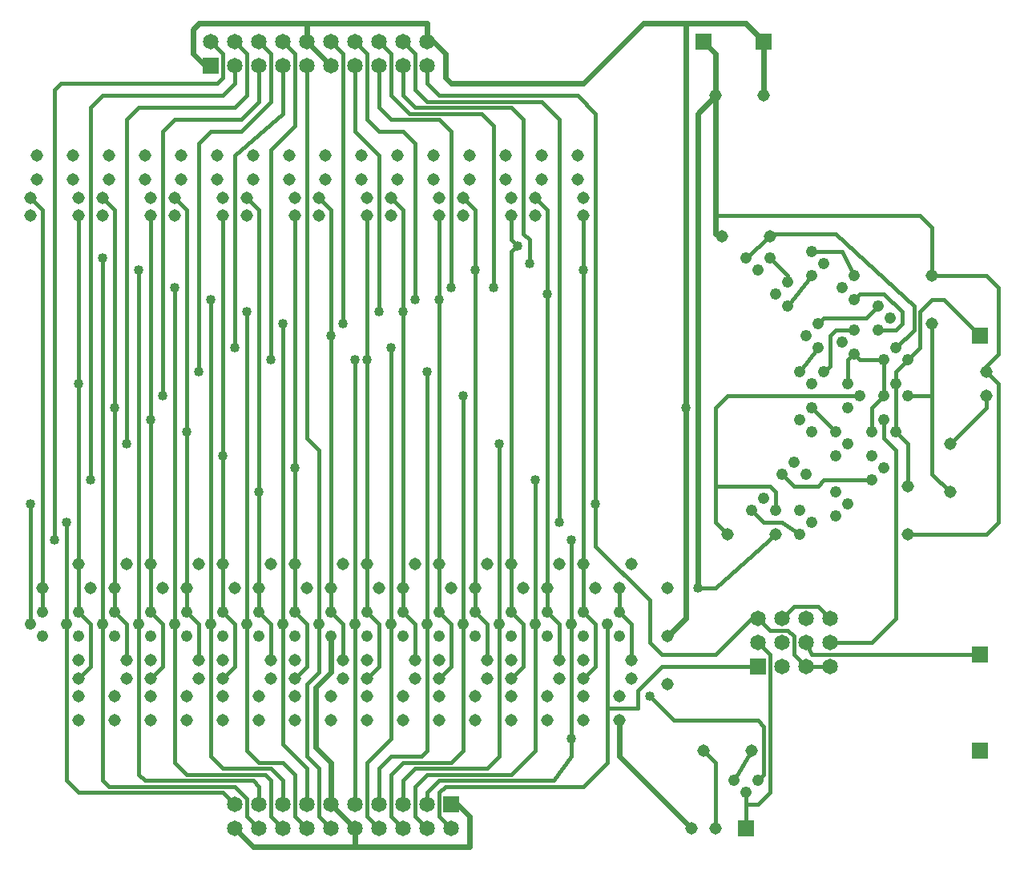
<source format=gbl>
G04 Output by ViewMate Deluxe V11.0.9  PentaLogix LLC*
G04 Tue Dec 09 15:32:49 2014*
%FSLAX33Y33*%
%MOMM*%
%IPPOS*%
%ADD10R,1.651X1.651*%
%ADD11C,1.651*%
%ADD12C,1.3081*%
%ADD13C,1.209*%
%ADD14R,1.8009X1.8009*%
%ADD15C,0.4064*%
%ADD16C,1.016*%
%ADD17C,0.6096*%

%LPD*%
X0Y0D2*D15*G1X42164Y86042D2*X49784Y86042D1*X45339Y85408D2*X40259Y85408D1*X56769Y75882D2*X55499Y77152D1*X78994Y15558D2*X79629Y16192D1*X74549Y10478D2*X74549Y17462D1*X73279Y18732*X63119Y32068D2*X63119Y23178D1*X80264Y46672D2*X80899Y46038D1*X80899Y44132*X83439Y41592D2*X81534Y42862D1*X91059Y47308D2*X85979Y47308D1*X85344Y46672*X82804Y46672*X81534Y47942*X80264Y70802D2*X82169Y68898D1*X82169Y68262*X84709Y68898D2*X82169Y65722D1*X84709Y71438D2*X87884Y71438D1*X89154Y68898*X89154Y66358D2*X89789Y66992D1*X92329Y66992*X103124Y56198D2*X103124Y54928D1*X99314Y51118*X94869Y56198D2*X97409Y56198D1*X94869Y60008D2*X93599Y58738D1*X93599Y57468*X93599Y52388*X94869Y51118*X94869Y46672*X99314Y46038D2*X97409Y47942D1*X97409Y56198*X97409Y63818*X102489Y62548D2*X98679Y66358D1*X97409Y66358*X96139Y65088*X96139Y61278*X94869Y60008*X93599Y61278D2*X95504Y63182D1*X95504Y65722*X87249Y73342*X80899Y73342*X80582Y73025*X80264Y73025*X77724Y70802*X74549Y75248D2*X96139Y75248D1*X97409Y73978*X97409Y68898*X103124Y68898*X104394Y67628*X104394Y60642*X103124Y59372*X103124Y58738*X104394Y57468*X104394Y42862*X103124Y41592*X94869Y41592*X93599Y32702D2*X93599Y50482D1*X92329Y51752*X92329Y53658*X91059Y52388D2*X91059Y54928D1*X84709Y54928D2*X87249Y52388D1*X85979Y58738D2*X86614Y59372D1*X85344Y61278D2*X83439Y58738D1*X85344Y63818D2*X85979Y64452D1*X90424Y64452*X91694Y63182D2*X93599Y63182D1*X94234Y63818*X94234Y65088*X92329Y66992*X90424Y64452D2*X91694Y65722D1*X89154Y63182D2*X87249Y63182D1*X86614Y62548*X86614Y59372*X88519Y57468D2*X88519Y60008D1*X89154Y60642*X89789Y60008*X92329Y60008*X92329Y56198*X91059Y54928*X89789Y56198D2*X75819Y56198D1*X74549Y54928*X74549Y46672*X75819Y41592D2*X74549Y42862D1*X74549Y46672*X80264Y46672*X78359Y44132D2*X79629Y42862D1*X81534Y42862*X80899Y41592D2*X74549Y35878D1*X72644Y35878*X78994Y27622D2*X68834Y27622D1*X66294Y25082*X65659Y28258D2*X65659Y32068D1*X64389Y33338*X64389Y35878*X60579Y38418D2*X60579Y33338D1*X61849Y32068*X61849Y27622*X60579Y26352*X58039Y28258D2*X58039Y32068D1*X56769Y33338*X56769Y35878*X56769Y66992*X56769Y75882*X60579Y75248D2*X60579Y69532D1*X60579Y38418*X59309Y40958D2*X59309Y32068D1*X59309Y20002*X59309Y18098*X57404Y15558*X45339Y15558*X44069Y14288*X44069Y13018*X44069Y10478D2*X42799Y11748D1*X46609Y10478D2*X45339Y11748D1*X45339Y14288*X45974Y14922*X60579Y14922*X63119Y17462*X63119Y23178*X66294Y23178*X66294Y25082*X67564Y24448D2*X70104Y21908D1*X78994Y21908*X79629Y21272*X79629Y16192*X76454Y15558D2*X78359Y18732D1*X77724Y14288D2*X77724Y13018D1*X77724Y10478D2*X77724Y13018D1*X78994Y13018*X80264Y14288*X80264Y28892*X78994Y30162*X81534Y32702D2*X82804Y33972D1*X85344Y33972*X86614Y32702*X86614Y30162D2*X91059Y30162D1*X93599Y32702*X102489Y28892D2*X84709Y28892D1*X84074Y30162*X86614Y27622D2*X84074Y27622D1*X82804Y28892*X82804Y30798*X82169Y31432*X80264Y31432*X78994Y32702*X78359Y32702*X74549Y28892*X68834Y28892*X67564Y30162*X67564Y34608*X61849Y40322*X61849Y44768*X61849Y86042*X59944Y87948*X45339Y87948*X44069Y89218*X44069Y91122*X28829Y91122D2*X28829Y86042D1*X23749Y81598*X23749Y61278*X14859Y53658D2*X14859Y38418D1*X14859Y33338*X16129Y32068*X16129Y27622*X14859Y26352*X23749Y13018D2*X22479Y14288D1*X25019Y13652D2*X23749Y14922D1*X10414Y14922*X9779Y15558*X9779Y32068*X9779Y70802*X9779Y77152D2*X11049Y75882D1*X11049Y54928*X11049Y35878*X11049Y33338*X12319Y32068*X12319Y28258*X7239Y26352D2*X8509Y27622D1*X8509Y32068*X7239Y33338*X7239Y38418*X7239Y57468*X7239Y75248*X2159Y77152D2*X3429Y75882D1*X3429Y35878*X3429Y33338*X2159Y44768D2*X2159Y32068D1*X8509Y47308D2*X8509Y86678D1*X9779Y87948*X22479Y87948*X23749Y89218*X23749Y91122*X27559Y92392D2*X26289Y93662D1*X26289Y91122D2*X26289Y87312D1*X24384Y85408*X17399Y85408*X16129Y84138*X16129Y56198*X19939Y58738D2*X19939Y82868D1*X21209Y84138*X24384Y84138*X27559Y87312*X27559Y92392*X28829Y93662D2*X30099Y92392D1*X30099Y84772*X27559Y82232*X27559Y60008*X28829Y63818D2*X28829Y32068D1*X28829Y19368*X31369Y16828*X31369Y13018*X27559Y11748D2*X28829Y10478D1*X26289Y10478D2*X25019Y11748D1*X25019Y13652*X26289Y13018D2*X26289Y14922D1*X25654Y15558*X14224Y15558*X13589Y16192*X13589Y32068*X13589Y69532*X17399Y67628D2*X17399Y32068D1*X17399Y17462*X18669Y16192*X26924Y16192*X27559Y15558*X27559Y11748*X28829Y13018D2*X28829Y15558D1*X27559Y16828*X22479Y16828*X21209Y18098*X21209Y32068*X21209Y66358*X25019Y65088D2*X25019Y32068D1*X25019Y18732*X26289Y17462*X28829Y17462*X30099Y16192*X30099Y11748*X31369Y10478*X33909Y10478D2*X32639Y11748D1*X32639Y16828*X31369Y18098*X31369Y25718*X32639Y26988*X32639Y32068*X32639Y50482*X31369Y51752*X31369Y91122*X35179Y92392D2*X33909Y93662D1*X37719Y92392D2*X36449Y93662D1*X40259Y92392D2*X38989Y93662D1*X41529Y93662D2*X42799Y92392D1*X42799Y88582*X44069Y87312*X56134Y87312*X58039Y85408*X58039Y42862*X55499Y47308D2*X55499Y32068D1*X55499Y18732*X52959Y16192*X44069Y16192*X42799Y14922*X42799Y11748*X40259Y11748D2*X41529Y10478D1*X41529Y13018D2*X41529Y15558D1*X42799Y16828*X50419Y16828*X51689Y18098*X51689Y32068*X51689Y51118*X47879Y56198D2*X47879Y32068D1*X47879Y18732*X46609Y17462*X41529Y17462*X40259Y16192*X40259Y11748*X37719Y11748D2*X38989Y10478D1*X38989Y13018D2*X38989Y16828D1*X40259Y18098*X43434Y18098*X44069Y18732*X44069Y32068*X44069Y58738*X40259Y61278D2*X40259Y32068D1*X40259Y20002*X37719Y17462*X37719Y11748*X36449Y13018D2*X36449Y32068D1*X36449Y60008*X35179Y92392D2*X35179Y63818D1*X36449Y91122D2*X36449Y84138D1*X38989Y81598*X38989Y65088*X42799Y66358D2*X42799Y82868D1*X41529Y84138*X38989Y84138*X37719Y85408*X37719Y92392*X38989Y91122D2*X38989Y86678D1*X40259Y85408*X45339Y85408D2*X46609Y84138D1*X46609Y67628*X51054Y67628D2*X51054Y84772D1*X49784Y86042*X42164Y86042D2*X40259Y87948D1*X40259Y92392*X41529Y91122D2*X41529Y87948D1*X42799Y86678*X52959Y86678*X54229Y85408*X54229Y73342*X54864Y70168D2*X54864Y72708D1*X54229Y73342*X52959Y75248D2*X52959Y72708D1*X53594Y72072*X52959Y71438*X52959Y38418*X52959Y33338*X54229Y32068*X54229Y27622*X52959Y26352*X50419Y28258D2*X50419Y32068D1*X49149Y33338*X49149Y35878*X49149Y69532*X49149Y75882*X47879Y77152*X45339Y75248D2*X45339Y66358D1*X45339Y38418*X45339Y33338*X46609Y32068*X46609Y27622*X45339Y26352*X42799Y28258D2*X42799Y32068D1*X41529Y33338*X41529Y35878*X41529Y65088*X41529Y75882*X40259Y77152*X37719Y75248D2*X37719Y60008D1*X37719Y38418*X37719Y33338*X38989Y32068*X38989Y27622*X37719Y26352*X35179Y28258D2*X35179Y32068D1*X33909Y33338*X33909Y35878*X33909Y62548*X33909Y75882*X32639Y77152*X30099Y75248D2*X30099Y48578D1*X30099Y38418*X30099Y33338*X31369Y32068*X31369Y27622*X30099Y26352*X27559Y28258D2*X27559Y32068D1*X26289Y33338*X26289Y35878*X26289Y46038*X26289Y75882*X25019Y77152*X22479Y75248D2*X22479Y49848D1*X22479Y38418*X22479Y33338*X23749Y32068*X23749Y27622*X22479Y26352*X19939Y28258D2*X19939Y32068D1*X18669Y33338*X18669Y35878*X18669Y52388*X18669Y75882*X17399Y77152*X14859Y53658D2*X14859Y75248D1*X12319Y51118D2*X12319Y85408D1*X13589Y86678*X23749Y86678*X25019Y87948*X25019Y92392*X23749Y93662*X21209Y93662D2*X22479Y92392D1*X22479Y89852*X21844Y89218*X5334Y89218*X4699Y88582*X4699Y40958*X5969Y42862D2*X5969Y32068D1*X5969Y15558*X7239Y14288*X22479Y14288*D17*X64389Y21908D2*X64389Y18098D1*X72009Y10478*X23749Y10478D2*X25654Y8572D1*X36449Y8572*X46609Y13018D2*X47244Y13018D1*X48514Y11748*X48514Y8572*X36449Y8572*X36449Y10478*X33909Y13018*X33909Y17462*X32322Y19050*X32322Y25400*X33909Y26988*X33909Y30798*X21209Y91122D2*X20574Y91122D1*X19304Y92392*X19304Y94932*X19939Y95568*X31369Y95568*X33909Y91122D2*X31369Y93662D1*X31369Y95568*X44069Y95568*X44069Y93662*X44704Y93662*X45974Y92392*X45974Y89852*X46609Y89218*X79629Y87948D2*X79629Y93662D1*X77724Y95568*X71374Y95568*X73279Y93662D2*X74549Y92392D1*X74549Y87948*X75184Y73025D2*X74549Y73342D1*X74549Y75248*X74549Y87948*X72644Y86042*X72644Y35878*X69469Y30798D2*X71374Y32702D1*X71374Y54928*X71374Y95568*X66929Y95568*X60579Y89218*X46609Y89218*D10*X21209Y91122D3*X78994Y27622D3*X46609Y13018D3*D11*X23749Y13018D3*X23749Y10478D3*X26289Y10478D3*X26289Y13018D3*X28829Y13018D3*X28829Y10478D3*X31369Y10478D3*X31369Y13018D3*X33909Y13018D3*X33909Y10478D3*X36449Y10478D3*X36449Y13018D3*X38989Y13018D3*X38989Y10478D3*X41529Y10478D3*X41529Y13018D3*X44069Y13018D3*X44069Y10478D3*X46609Y10478D3*X84074Y32702D3*X86614Y32702D3*X86614Y30162D3*X86614Y27622D3*X84074Y27622D3*X84074Y30162D3*X78994Y30162D3*X81534Y27622D3*X81534Y30162D3*X81534Y32702D3*X78994Y32702D3*X44069Y91122D3*X44069Y93662D3*X41529Y93662D3*X41529Y91122D3*X38989Y91122D3*X38989Y93662D3*X36449Y93662D3*X36449Y91122D3*X33909Y91122D3*X33909Y93662D3*X31369Y93662D3*X31369Y91122D3*X28829Y91122D3*X28829Y93662D3*X26289Y93662D3*X26289Y91122D3*X23749Y91122D3*X23749Y93662D3*X21209Y93662D3*D12*X72009Y10478D3*X74549Y10478D3*X78359Y18732D3*X73279Y18732D3*X69469Y25718D3*X75819Y41592D3*X80899Y41592D3*X94869Y41592D3*X94869Y46672D3*X99314Y46038D3*X99314Y51118D3*X103124Y56198D3*X103124Y58738D3*X97409Y63818D3*X97409Y68898D3*X74549Y87948D3*X79629Y87948D3*X80264Y73025D3*X75184Y73025D3*X60579Y75248D3*X60579Y77152D3*X59944Y79058D3*X59944Y81598D3*X56134Y81598D3*X56134Y79058D3*X55499Y77152D3*X55499Y75248D3*X52959Y75248D3*X52959Y77152D3*X52324Y79058D3*X52324Y81598D3*X48514Y81598D3*X48514Y79058D3*X47879Y77152D3*X47879Y75248D3*X45339Y75248D3*X45339Y77152D3*X44704Y79058D3*X44704Y81598D3*X40894Y81598D3*X40894Y79058D3*X40259Y77152D3*X40259Y75248D3*X37719Y75248D3*X37719Y77152D3*X37084Y79058D3*X37084Y81598D3*X33274Y81598D3*X33274Y79058D3*X32639Y77152D3*X32639Y75248D3*X30099Y75248D3*X30099Y77152D3*X29464Y79058D3*X29464Y81598D3*X25654Y81598D3*X25654Y79058D3*X25019Y77152D3*X25019Y75248D3*X22479Y75248D3*X22479Y77152D3*X21844Y79058D3*X21844Y81598D3*X18034Y81598D3*X18034Y79058D3*X17399Y77152D3*X17399Y75248D3*X14859Y75248D3*X14859Y77152D3*X14224Y79058D3*X14224Y81598D3*X10414Y81598D3*X10414Y79058D3*X9779Y77152D3*X9779Y75248D3*X7239Y75248D3*X7239Y77152D3*X6604Y79058D3*X6604Y81598D3*X2794Y81598D3*X2794Y79058D3*X2159Y77152D3*X2159Y75248D3*X3429Y35878D3*X7239Y38418D3*X26289Y21908D3*X26289Y24448D3*X27559Y26352D3*X27559Y28258D3*X30099Y28258D3*X30099Y26352D3*X30099Y24448D3*X30099Y21908D3*X33909Y21908D3*X33909Y24448D3*X35179Y26352D3*X35179Y28258D3*X37719Y28258D3*X37719Y26352D3*X37719Y24448D3*X37719Y21908D3*X41529Y21908D3*X41529Y24448D3*X42799Y26352D3*X42799Y28258D3*X45339Y28258D3*X45339Y26352D3*X45339Y24448D3*X45339Y21908D3*X49149Y21908D3*X49149Y24448D3*X50419Y26352D3*X50419Y28258D3*X52959Y28258D3*X52959Y26352D3*X52959Y24448D3*X52959Y21908D3*X56769Y21908D3*X56769Y24448D3*X58039Y26352D3*X58039Y28258D3*X60579Y28258D3*X60579Y26352D3*X60579Y24448D3*X60579Y21908D3*X64389Y21908D3*X64389Y24448D3*X65659Y26352D3*X65659Y28258D3*X69469Y30798D3*X69469Y35878D3*X65659Y38418D3*X64389Y35878D3*X61849Y35878D3*X60579Y38418D3*X58039Y38418D3*X56769Y35878D3*X54229Y35878D3*X52959Y38418D3*X50419Y38418D3*X49149Y35878D3*X46609Y35878D3*X45339Y38418D3*X42799Y38418D3*X41529Y35878D3*X38989Y35878D3*X37719Y38418D3*X35179Y38418D3*X33909Y35878D3*X31369Y35878D3*X30099Y38418D3*X27559Y38418D3*X26289Y35878D3*X23749Y35878D3*X22479Y38418D3*X19939Y38418D3*X18669Y35878D3*X16129Y35878D3*X14859Y38418D3*X12319Y38418D3*X11049Y35878D3*X8509Y35878D3*X7239Y28258D3*X7239Y26352D3*X7239Y24448D3*X7239Y21908D3*X11049Y21908D3*X11049Y24448D3*X12319Y26352D3*X12319Y28258D3*X14859Y28258D3*X14859Y26352D3*X14859Y24448D3*X14859Y21908D3*X18669Y21908D3*X18669Y24448D3*X19939Y26352D3*X19939Y28258D3*X22479Y28258D3*X22479Y26352D3*X22479Y24448D3*X22479Y21908D3*D13*X92329Y60008D3*X93599Y61278D3*X94869Y60008D3*X94869Y56198D3*X93599Y57468D3*X92329Y56198D3*X93599Y52388D3*X92329Y53658D3*X91059Y52388D3*X91059Y47308D3*X92329Y48578D3*X91059Y49848D3*X87249Y49848D3*X88519Y51118D3*X87249Y52388D3*X88519Y54928D3*X89789Y56198D3*X88519Y57468D3*X85979Y58738D3*X80264Y70802D3*X77724Y70802D3*X78994Y69532D3*X82169Y65722D3*X80899Y66992D3*X82169Y68262D3*X84709Y71438D3*X84709Y68898D3*X85979Y70168D3*X89154Y68898D3*X87884Y67628D3*X89154Y66358D3*X91694Y65722D3*X92964Y64452D3*X91694Y63182D3*X89154Y63182D3*X89154Y60642D3*X87884Y61912D3*X85344Y63818D3*X84074Y62548D3*X85344Y61278D3*X83439Y58738D3*X84709Y57468D3*X84709Y54928D3*X83439Y53658D3*X84709Y52388D3*X81534Y47942D3*X82804Y49212D3*X84074Y47942D3*X87249Y46038D3*X88519Y44768D3*X87249Y43498D3*X83439Y41592D3*X84709Y42862D3*X83439Y44132D3*X80899Y44132D3*X79629Y45402D3*X78359Y44132D3*X3429Y33338D3*X2159Y32068D3*X3429Y30798D3*X7239Y30798D3*X5969Y32068D3*X7239Y33338D3*X11049Y33338D3*X9779Y32068D3*X11049Y30798D3*X14859Y30798D3*X13589Y32068D3*X14859Y33338D3*X18669Y33338D3*X17399Y32068D3*X18669Y30798D3*X22479Y30798D3*X21209Y32068D3*X22479Y33338D3*X26289Y33338D3*X25019Y32068D3*X26289Y30798D3*X30099Y30798D3*X28829Y32068D3*X30099Y33338D3*X33909Y33338D3*X32639Y32068D3*X33909Y30798D3*X37719Y30798D3*X36449Y32068D3*X37719Y33338D3*X41529Y33338D3*X40259Y32068D3*X41529Y30798D3*X45339Y30798D3*X44069Y32068D3*X45339Y33338D3*X49149Y33338D3*X47879Y32068D3*X49149Y30798D3*X52959Y30798D3*X51689Y32068D3*X52959Y33338D3*X56769Y33338D3*X55499Y32068D3*X56769Y30798D3*X60579Y30798D3*X59309Y32068D3*X60579Y33338D3*X64389Y33338D3*X63119Y32068D3*X64389Y30798D3*X78994Y15558D3*X77724Y14288D3*X76454Y15558D3*D14*X77724Y10478D3*X102489Y18732D3*X102489Y28892D3*X73279Y93662D3*X79629Y93662D3*X102489Y62548D3*D16*X28829Y63818D3*X27559Y60008D3*X2159Y44768D3*X4699Y40958D3*X5969Y42862D3*X8509Y47308D3*X12319Y51118D3*X11049Y54928D3*X7239Y57468D3*X9779Y70802D3*X13589Y69532D3*X17399Y67628D3*X21209Y66358D3*X25019Y65088D3*X23749Y61278D3*X19939Y58738D3*X16129Y56198D3*X14859Y53658D3*X18669Y52388D3*X22479Y49848D3*X26289Y46038D3*X30099Y48578D3*X59309Y20002D3*X67564Y24448D3*X72644Y35878D3*X71374Y54928D3*X61849Y44768D3*X59309Y40958D3*X58039Y42862D3*X55499Y47308D3*X51689Y51118D3*X47879Y56198D3*X44069Y58738D3*X40259Y61278D3*X37719Y60008D3*X36449Y60008D3*X33909Y62548D3*X35179Y63818D3*X38989Y65088D3*X41529Y65088D3*X42799Y66358D3*X45339Y66358D3*X46609Y67628D3*X49149Y69532D3*X51054Y67628D3*X60579Y69532D3*X56769Y66992D3*X54864Y70168D3*X53594Y72072D3*X0Y0D2*M02*
</source>
